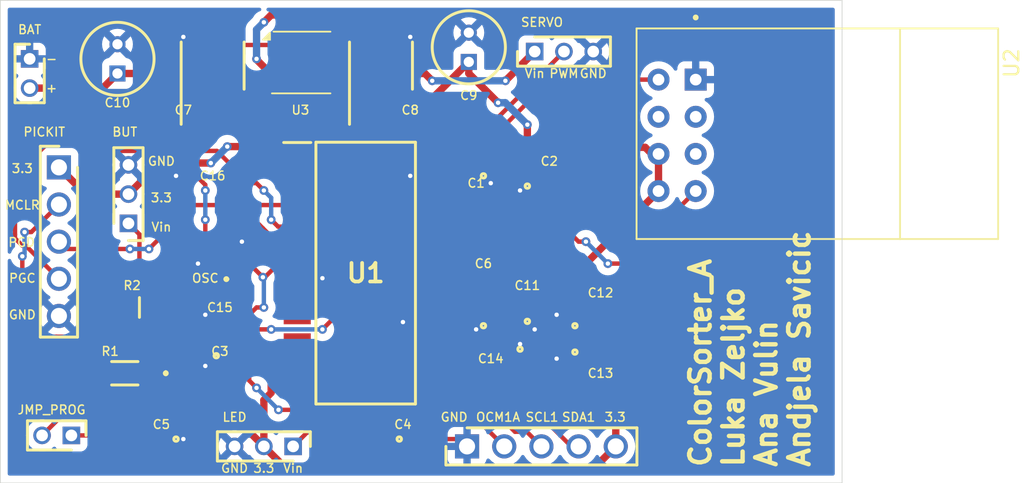
<source format=kicad_pcb>
(kicad_pcb (version 20240108) (generator "pcbnew") (generator_version "8.0")
  (layers (0 "F.Cu" signal) (31 "B.Cu" signal) (34 "B.Paste" user) (35 "F.Paste" user) (36 "B.SilkS" user "B.Silkscreen") (37 "F.SilkS" user "F.Silkscreen") (38 "B.Mask" user) (39 "F.Mask" user) (44 "Edge.Cuts" user))
  (net 0 "")
  (net 1 "GND")
  (net 2 "+3.3V")
  (net 3 "Net-(JP1-A)")
  (net 4 "Net-(U1-VCAP)")
  (net 5 "+Vin")
  (net 6 "/RB3")
  (net 7 "/RB2")
  (net 8 "/PGD")
  (net 9 "/MCLR")
  (net 10 "/PGC")
  (net 11 "/OCM1A")
  (net 12 "/I2C_SCL_1")
  (net 13 "/I2C_SDA_1")
  (net 14 "/PWM")
  (net 15 "/RB4")
  (net 16 "/RB5")
  (net 17 "Net-(U1-~{MCLR})")
  (net 24 "/RB13")
  (net 28 "/RB11")
  (footprint "C_Ceramic-10pF:CAPC0603X33N" (layer "F.Cu") (at 132.8 69.75)
    (property "Reference" "C15" (hide yes))
    (property "Value" "10p" (hide yes))
    (pad "1" smd rect (at -0.335 0 90) (size 0.44 0.47) (layers "F.Cu" "F.Paste" "F.Mask") (net 1 "GND"))
    (pad "2" smd rect (at 0.335 0 90) (size 0.44 0.47) (layers "F.Cu" "F.Paste" "F.Mask") (net 6 "/RB3"))
  )
  (footprint "C_Electrolytic_10uF:CAPPRD200W50D500H1250" (layer "F.Cu") (at 149.5 52.21 90)
    (property "Reference" "C9" (hide yes))
    (property "Value" "10u" (hide yes))
    (pad "1" thru_hole rect (at 0 0 90) (size 1.1 1.1) (drill 0.7) (layers "*.Cu" "*.Mask") (net 2 "+3.3V"))
    (pad "2" thru_hole circle (at 2 0 90) (size 1.1 1.1) (drill 0.7) (layers "*.Cu" "*.Mask") (net 1 "GND"))
  )
  (footprint "3_PIN_MALE:HDRV3W60P0X200_1X3_600X200X525P" (layer "F.Cu") (at 154 51.5)
    (property "Reference" "J9" (hide yes))
    (property "Value" "SG90" (hide yes))
    (pad "1" thru_hole rect (at 0 0) (size 1.2 1.2) (drill 0.8) (layers "*.Cu" "*.Mask") (net 5 "+Vin"))
    (pad "2" thru_hole circle (at 2 0) (size 1.2 1.2) (drill 0.8) (layers "*.Cu" "*.Mask") (net 14 "/PWM"))
    (pad "3" thru_hole circle (at 4 0) (size 1.2 1.2) (drill 0.8) (layers "*.Cu" "*.Mask") (net 1 "GND"))
  )
  (footprint "C_Ceramic_10u:C0805" (layer "F.Cu") (at 150.5 68.5 90)
    (property "Reference" "C6" (hide yes))
    (property "Value" "10u" (hide yes))
    (pad "1" smd rect (at -0.9 0 90) (size 1.15 1.45) (layers "F.Cu" "F.Paste" "F.Mask") (net 1 "GND"))
    (pad "2" smd rect (at 0.9 0 90) (size 1.15 1.45) (layers "F.Cu" "F.Paste" "F.Mask") (net 4 "Net-(U1-VCAP)"))
  )
  (footprint "C_Ceramic_10u:C0805" (layer "F.Cu") (at 143 78 180)
    (property "Reference" "C4" (hide yes))
    (property "Value" "10u" (hide yes))
    (pad "1" smd rect (at -0.9 0 180) (size 1.15 1.45) (layers "F.Cu" "F.Paste" "F.Mask") (net 1 "GND"))
    (pad "2" smd rect (at 0.9 0 180) (size 1.15 1.45) (layers "F.Cu" "F.Paste" "F.Mask") (net 2 "+3.3V"))
  )
  (footprint "C_Ceramic_10u:C0805" (layer "F.Cu") (at 153.5 58.95 90)
    (property "Reference" "C2" (hide yes))
    (property "Value" "10u" (hide yes))
    (pad "1" smd rect (at -0.9 0 90) (size 1.15 1.45) (layers "F.Cu" "F.Paste" "F.Mask") (net 1 "GND"))
    (pad "2" smd rect (at 0.9 0 90) (size 1.15 1.45) (layers "F.Cu" "F.Paste" "F.Mask") (net 2 "+3.3V"))
  )
  (footprint "C_Electrolytic_10uF:CAPPRD200W50D500H1250" (layer "F.Cu") (at 125.5 53 90)
    (property "Reference" "C10" (hide yes))
    (property "Value" "10u" (hide yes))
    (pad "1" thru_hole rect (at 0 0 90) (size 1.1 1.1) (drill 0.7) (layers "*.Cu" "*.Mask") (net 5 "+Vin"))
    (pad "2" thru_hole circle (at 2 0 90) (size 1.1 1.1) (drill 0.7) (layers "*.Cu" "*.Mask") (net 1 "GND"))
  )
  (footprint "R_SMD_200Ohm:RESC3216X70N" (layer "F.Cu") (at 127 69)
    (property "Reference" "R2" (hide yes))
    (property "Value" "200" (hide yes))
    (pad "1" smd rect (at -1.5 0) (size 1.15 1.7) (layers "F.Cu" "F.Paste" "F.Mask") (net 9 "/MCLR"))
    (pad "2" smd rect (at 1.5 0) (size 1.15 1.7) (layers "F.Cu" "F.Paste" "F.Mask") (net 17 "Net-(U1-~{MCLR})"))
  )
  (footprint "ESP8266EX:XCVR_ESP8266-01_ESP-01" (layer "F.Cu") (at 173.31 57.23 -90)
    (property "Reference" "U2" (at -4.94 -13.27 90) (layer "F.SilkS"))
    (property "Value" "ESP8266-01_ESP-01" (hide yes))
    (pad "1" thru_hole rect (at -3.81 8.31 270) (size 1.5 1.5) (drill 0.8) (layers "*.Cu" "*.Mask") (net 1 "GND"))
    (pad "2" thru_hole circle (at -1.27 8.31 270) (size 1.5 1.5) (drill 0.8) (layers "*.Cu" "*.Mask"))
    (pad "3" thru_hole circle (at 1.27 8.31 270) (size 1.5 1.5) (drill 0.8) (layers "*.Cu" "*.Mask"))
    (pad "4" thru_hole circle (at 3.81 8.31 270) (size 1.5 1.5) (drill 0.8) (layers "*.Cu" "*.Mask") (net 24 "/RB13"))
    (pad "5" thru_hole circle (at -3.81 10.85 270) (size 1.5 1.5) (drill 0.8) (layers "*.Cu" "*.Mask") (net 28 "/RB11"))
    (pad "6" thru_hole circle (at -1.27 10.85 270) (size 1.5 1.5) (drill 0.8) (layers "*.Cu" "*.Mask"))
    (pad "7" thru_hole circle (at 1.27 10.85 270) (size 1.5 1.5) (drill 0.8) (layers "*.Cu" "*.Mask") (net 2 "+3.3V"))
    (pad "8" thru_hole circle (at 3.81 10.85 270) (size 1.5 1.5) (drill 0.8) (layers "*.Cu" "*.Mask") (net 2 "+3.3V"))
  )
  (footprint "Crystal16MHZ:830108288709" (layer "F.Cu") (at 132.437 65.363 90)
    (property "Reference" "Y2" (hide yes))
    (property "Value" "16MHz crystal" (hide yes))
    (pad "1" smd roundrect (at -0.637 0.487 180) (size 0.72 0.82) (layers "F.Cu" "F.Paste" "F.Mask") (net 6 "/RB3"))
    (pad "2" smd roundrect (at 0.637 0.487 180) (size 0.72 0.82) (layers "F.Cu" "F.Paste" "F.Mask") (net 1 "GND"))
    (pad "3" smd roundrect (at 0.637 -0.487 180) (size 0.72 0.82) (layers "F.Cu" "F.Paste" "F.Mask") (net 7 "/RB2"))
    (pad "4" smd roundrect (at -0.637 -0.487 180) (size 0.72 0.82) (layers "F.Cu" "F.Paste" "F.Mask") (net 1 "GND"))
  )
  (footprint "5_PIN_MALE:HDRV5W64P0X254_1X5_1270X254X610P" (layer "F.Cu") (at 149.38 78.5)
    (property "Reference" "J7" (hide yes))
    (property "Value" "I2C_Communication_Protocol" (hide yes))
    (pad "1" thru_hole rect (at 0 0) (size 1.65 1.65) (drill 1.1) (layers "*.Cu" "*.Mask") (net 1 "GND"))
    (pad "2" thru_hole circle (at 2.54 0) (size 1.65 1.65) (drill 1.1) (layers "*.Cu" "*.Mask") (net 11 "/OCM1A"))
    (pad "3" thru_hole circle (at 5.08 0) (size 1.65 1.65) (drill 1.1) (layers "*.Cu" "*.Mask") (net 12 "/I2C_SCL_1"))
    (pad "4" thru_hole circle (at 7.62 0) (size 1.65 1.65) (drill 1.1) (layers "*.Cu" "*.Mask") (net 13 "/I2C_SDA_1"))
    (pad "5" thru_hole circle (at 10.16 0) (size 1.65 1.65) (drill 1.1) (layers "*.Cu" "*.Mask") (net 2 "+3.3V"))
  )
  (footprint "C_Ceramic_100n:C0402" (layer "F.Cu") (at 150.5 59 90)
    (property "Reference" "C1" (hide yes))
    (property "Value" "100n" (hide yes))
    (pad "1" smd rect (at -0.45 0 180) (size 0.62 0.62) (layers "F.Cu" "F.Paste" "F.Mask") (net 1 "GND"))
    (pad "2" smd rect (at 0.45 0 180) (size 0.62 0.62) (layers "F.Cu" "F.Paste" "F.Mask") (net 2 "+3.3V"))
  )
  (footprint "C_Electrolytic_0.1uF:CAPAE430X550N" (layer "F.Cu") (at 143.5 53 90)
    (property "Reference" "C8" (hide yes))
    (property "Value" "0.1u" (hide yes))
    (pad "1" smd rect (at -2.1 0 180) (size 1.85 2.75) (layers "F.Cu" "F.Paste" "F.Mask") (net 2 "+3.3V"))
    (pad "2" smd rect (at 2.1 0 180) (size 1.85 2.75) (layers "F.Cu" "F.Paste" "F.Mask") (net 1 "GND"))
  )
  (footprint "R_SMD_10kOhm:ERA8KEB1004V" (layer "F.Cu") (at 126 73.5 180)
    (property "Reference" "R1" (hide yes))
    (property "Value" "10k" (hide yes))
    (pad "1" smd rect (at -1.725 0 180) (size 1.25 1.5) (layers "F.Cu" "F.Paste" "F.Mask") (net 2 "+3.3V"))
    (pad "2" smd rect (at 1.725 0 180) (size 1.25 1.5) (layers "F.Cu" "F.Paste" "F.Mask") (net 9 "/MCLR"))
  )
  (footprint "C_Electrolytic_0.1uF:CAPAE430X550N" (layer "F.Cu") (at 132 53 90)
    (property "Reference" "C7" (hide yes))
    (property "Value" "0.1u" (hide yes))
    (pad "1" smd rect (at -2.1 0 180) (size 1.85 2.75) (layers "F.Cu" "F.Paste" "F.Mask") (net 5 "+Vin"))
    (pad "2" smd rect (at 2.1 0 180) (size 1.85 2.75) (layers "F.Cu" "F.Paste" "F.Mask") (net 1 "GND"))
  )
  (footprint "C_Ceramic_10u:C0805" (layer "F.Cu") (at 153 73.6 -90)
    (property "Reference" "C14" (hide yes))
    (property "Value" "10u" (hide yes))
    (pad "1" smd rect (at -0.9 0 270) (size 1.15 1.45) (layers "F.Cu" "F.Paste" "F.Mask") (net 1 "GND"))
    (pad "2" smd rect (at 0.9 0 270) (size 1.15 1.45) (layers "F.Cu" "F.Paste" "F.Mask") (net 2 "+3.3V"))
  )
  (footprint "2_PIN_MALE:HDRV2W60P0X200_1X2_400X200X525P" (layer "F.Cu") (at 119.5 52 -90)
    (property "Reference" "J8" (hide yes))
    (property "Value" "M22-2510205" (hide yes))
    (pad "1" thru_hole rect (at 0 0 270) (size 1.2 1.2) (drill 0.8) (layers "*.Cu" "*.Mask") (net 1 "GND"))
    (pad "2" thru_hole circle (at 2 0 270) (size 1.2 1.2) (drill 0.8) (layers "*.Cu" "*.Mask") (net 5 "+Vin"))
  )
  (footprint "3_PIN_MALE:HDRV3W60P0X200_1X3_600X200X525P" (layer "F.Cu") (at 126.25 63.25 90)
    (property "Reference" "J11" (hide yes))
    (property "Value" "BUTTON-HS-KEY1B" (hide yes))
    (pad "1" thru_hole rect (at 0 0 90) (size 1.2 1.2) (drill 0.8) (layers "*.Cu" "*.Mask") (net 16 "/RB5"))
    (pad "2" thru_hole circle (at 2 0 90) (size 1.2 1.2) (drill 0.8) (layers "*.Cu" "*.Mask") (net 2 "+3.3V"))
    (pad "3" thru_hole circle (at 4 0 90) (size 1.2 1.2) (drill 0.8) (layers "*.Cu" "*.Mask") (net 1 "GND"))
  )
  (footprint "2_PIN_MALE:HDRV2W60P0X200_1X2_400X200X525P" (layer "F.Cu") (at 122.35 77.75 180)
    (property "Reference" "JP1" (hide yes))
    (property "Value" "Jumper_2_Open" (hide yes))
    (pad "1" thru_hole rect (at 0 0 180) (size 1.2 1.2) (drill 0.8) (layers "*.Cu" "*.Mask") (net 3 "Net-(JP1-A)"))
    (pad "2" thru_hole circle (at 2 0 180) (size 1.2 1.2) (drill 0.8) (layers "*.Cu" "*.Mask") (net 9 "/MCLR"))
  )
  (footprint "5_PIN_MALE:HDRV5W64P0X254_1X5_1270X254X610P" (layer "F.Cu") (at 121.5 59.42 -90)
    (property "Reference" "J6" (hide yes))
    (property "Value" "PICKIT" (hide yes))
    (pad "1" thru_hole rect (at 0 0 270) (size 1.65 1.65) (drill 1.1) (layers "*.Cu" "*.Mask") (net 2 "+3.3V"))
    (pad "2" thru_hole circle (at 2.54 0 270) (size 1.65 1.65) (drill 1.1) (layers "*.Cu" "*.Mask") (net 9 "/MCLR"))
    (pad "3" thru_hole circle (at 5.08 0 270) (size 1.65 1.65) (drill 1.1) (layers "*.Cu" "*.Mask") (net 8 "/PGD"))
    (pad "4" thru_hole circle (at 7.62 0 270) (size 1.65 1.65) (drill 1.1) (layers "*.Cu" "*.Mask") (net 10 "/PGC"))
    (pad "5" thru_hole circle (at 10.16 0 270) (size 1.65 1.65) (drill 1.1) (layers "*.Cu" "*.Mask") (net 1 "GND"))
  )
  (footprint "C_Ceramic_100n:C0402" (layer "F.Cu") (at 132.25 73.3 -90)
    (property "Reference" "C3" (hide yes))
    (property "Value" "100n" (hide yes))
    (pad "1" smd rect (at -0.45 0) (size 0.62 0.62) (layers "F.Cu" "F.Paste" "F.Mask") (net 1 "GND"))
    (pad "2" smd rect (at 0.45 0) (size 0.62 0.62) (layers "F.Cu" "F.Paste" "F.Mask") (net 2 "+3.3V"))
  )
  (footprint "3_PIN_MALE:HDRV3W60P0X200_1X3_600X200X525P" (layer "F.Cu") (at 137.5 78.5 180)
    (property "Reference" "LED" (at 4 2 0) (layer "F.SilkS") (effects (font (size 0.6 0.6) (thickness 0.1))))
    (property "Value" "LED-HSF08A/B" (hide yes))
    (pad "1" thru_hole rect (at 0 0 180) (size 1.2 1.2) (drill 0.8) (layers "*.Cu" "*.Mask") (net 15 "/RB4"))
    (pad "2" thru_hole circle (at 2 0 180) (size 1.2 1.2) (drill 0.8) (layers "*.Cu" "*.Mask") (net 2 "+3.3V"))
    (pad "3" thru_hole circle (at 4 0 180) (size 1.2 1.2) (drill 0.8) (layers "*.Cu" "*.Mask") (net 1 "GND"))
  )
  (footprint "C_Ceramic_100n:C0402" (layer "F.Cu") (at 128.5 78 180)
    (property "Reference" "C5" (hide yes))
    (property "Value" "0.1u" (hide yes))
    (pad "1" smd rect (at -0.45 0 270) (size 0.62 0.62) (layers "F.Cu" "F.Paste" "F.Mask") (net 1 "GND"))
    (pad "2" smd rect (at 0.45 0 270) (size 0.62 0.62) (layers "F.Cu" "F.Paste" "F.Mask") (net 3 "Net-(JP1-A)"))
  )
  (footprint "C_Ceramic-10pF:CAPC0603X33N" (layer "F.Cu") (at 130.55 60 180)
    (property "Reference" "C16" (hide yes))
    (property "Value" "10p" (hide yes))
    (pad "1" smd rect (at -0.335 0 270) (size 0.44 0.47) (layers "F.Cu" "F.Paste" "F.Mask") (net 7 "/RB2"))
    (pad "2" smd rect (at 0.335 0 270) (size 0.44 0.47) (layers "F.Cu" "F.Paste" "F.Mask") (net 1 "GND"))
  )
  (footprint "C_Ceramic_10u:C0805" (layer "F.Cu") (at 156.75 68.5 90)
    (property "Reference" "C12" (hide yes))
    (property "Value" "10u" (hide yes))
    (pad "1" smd rect (at -0.9 0 90) (size 1.15 1.45) (layers "F.Cu" "F.Paste" "F.Mask") (net 1 "GND"))
    (pad "2" smd rect (at 0.9 0 90) (size 1.15 1.45) (layers "F.Cu" "F.Paste" "F.Mask") (net 2 "+3.3V"))
  )
  (footprint "Package_SON:WSON-8-1EP_4x4mm_P0.8mm_EP2.2x3mm" (layer "F.Cu") (at 138.05 52.25)
    (property "Reference" "U3" (hide yes))
    (property "Value" "LM1117LD-3.3" (hide yes))
    (pad "1" smd roundrect (at -1.65 -1.2) (size 0.65 0.4) (layers "F.Cu" "F.Paste" "F.Mask") (net 1 "GND"))
    (pad "2" smd roundrect (at -1.65 -0.4) (size 0.65 0.4) (layers "F.Cu" "F.Paste" "F.Mask") (net 5 "+Vin"))
    (pad "3" smd roundrect (at -1.65 0.4) (size 0.65 0.4) (layers "F.Cu" "F.Paste" "F.Mask") (net 5 "+Vin"))
    (pad "4" smd roundrect (at -1.65 1.2) (size 0.65 0.4) (layers "F.Cu" "F.Paste" "F.Mask") (net 5 "+Vin"))
    (pad "5" smd roundrect (at 1.65 1.2) (size 0.65 0.4) (layers "F.Cu" "F.Paste" "F.Mask") (net 2 "+3.3V"))
    (pad "6" smd roundrect (at 1.65 0.4) (size 0.65 0.4) (layers "F.Cu" "F.Paste" "F.Mask") (net 2 "+3.3V"))
    (pad "7" smd roundrect (at 1.65 -0.4) (size 0.65 0.4) (layers "F.Cu" "F.Paste" "F.Mask") (net 2 "+3.3V"))
    (pad "8" smd roundrect (at 1.65 -1.2) (size 0.65 0.4) (layers "F.Cu" "F.Paste" "F.Mask"))
    (pad "9" smd rect (at 0 0) (size 2.2 3) (property pad_prop_heatsink) (layers "F.Cu" "F.Mask") (net 2 "+3.3V"))
  )
  (footprint "C_Ceramic_100n:C0402" (layer "F.Cu") (at 153.5 68.95 90)
    (property "Reference" "C11" (hide yes))
    (property "Value" "100n" (hide yes))
    (pad "1" smd rect (at -0.45 0 180) (size 0.62 0.62) (layers "F.Cu" "F.Paste" "F.Mask") (net 1 "GND"))
    (pad "2" smd rect (at 0.45 0 180) (size 0.62 0.62) (layers "F.Cu" "F.Paste" "F.Mask") (net 2 "+3.3V"))
  )
  (footprint "C_Ceramic_100n:C0402" (layer "F.Cu") (at 156.75 73.05 -90)
    (property "Reference" "C13" (hide yes))
    (property "Value" "100n" (hide yes))
    (pad "1" smd rect (at -0.45 0) (size 0.62 0.62) (layers "F.Cu" "F.Paste" "F.Mask") (net 1 "GND"))
    (pad "2" smd rect (at 0.45 0) (size 0.62 0.62) (layers "F.Cu" "F.Paste" "F.Mask") (net 2 "+3.3V"))
  )
  (footprint "PIC:SOIC127P1030X265-28N" (layer "F.Cu") (at 142.455 66.65)
    (property "Reference" "U1" (at 0 0 0) (layer "F.SilkS") (effects (font (size 1.27 1.27) (thickness 0.254))))
    (property "Value" "PIC24FJ64GA702-I_SO" (hide yes))
    (pad "1" smd rect (at -4.675 -8.255 90) (size 0.65 1.85) (layers "F.Cu" "F.Paste" "F.Mask") (net 17 "Net-(U1-~{MCLR})"))
    (pad "2" smd rect (at -4.675 -6.985 90) (size 0.65 1.85) (layers "F.Cu" "F.Paste" "F.Mask"))
    (pad "3" smd rect (at -4.675 -5.715 90) (size 0.65 1.85) (layers "F.Cu" "F.Paste" "F.Mask"))
    (pad "4" smd rect (at -4.675 -4.445 90) (size 0.65 1.85) (layers "F.Cu" "F.Paste" "F.Mask") (net 8 "/PGD"))
    (pad "5" smd rect (at -4.675 -3.175 90) (size 0.65 1.85) (layers "F.Cu" "F.Paste" "F.Mask") (net 10 "/PGC"))
    (pad "6" smd rect (at -4.675 -1.905 90) (size 0.65 1.85) (layers "F.Cu" "F.Paste" "F.Mask") (net 7 "/RB2"))
    (pad "7" smd rect (at -4.675 -0.635 90) (size 0.65 1.85) (layers "F.Cu" "F.Paste" "F.Mask") (net 6 "/RB3"))
    (pad "8" smd rect (at -4.675 0.635 90) (size 0.65 1.85) (layers "F.Cu" "F.Paste" "F.Mask") (net 1 "GND"))
    (pad "9" smd rect (at -4.675 1.905 90) (size 0.65 1.85) (layers "F.Cu" "F.Paste" "F.Mask"))
    (pad "10" smd rect (at -4.675 3.175 90) (size 0.65 1.85) (layers "F.Cu" "F.Paste" "F.Mask"))
    (pad "11" smd rect (at -4.675 4.445 90) (size 0.65 1.85) (layers "F.Cu" "F.Paste" "F.Mask") (net 15 "/RB4"))
    (pad "12" smd rect (at -4.675 5.715 90) (size 0.65 1.85) (layers "F.Cu" "F.Paste" "F.Mask"))
    (pad "13" smd rect (at -4.675 6.985 90) (size 0.65 1.85) (layers "F.Cu" "F.Paste" "F.Mask") (net 2 "+3.3V"))
    (pad "14" smd rect (at -4.675 8.255 90) (size 0.65 1.85) (layers "F.Cu" "F.Paste" "F.Mask") (net 16 "/RB5"))
    (pad "15" smd rect (at 4.675 8.255 90) (size 0.65 1.85) (layers "F.Cu" "F.Paste" "F.Mask"))
    (pad "16" smd rect (at 4.675 6.985 90) (size 0.65 1.85) (layers "F.Cu" "F.Paste" "F.Mask") (net 11 "/OCM1A"))
    (pad "17" smd rect (at 4.675 5.715 90) (size 0.65 1.85) (layers "F.Cu" "F.Paste" "F.Mask") (net 12 "/I2C_SCL_1"))
    (pad "18" smd rect (at 4.675 4.445 90) (size 0.65 1.85) (layers "F.Cu" "F.Paste" "F.Mask") (net 13 "/I2C_SDA_1"))
    (pad "19" smd rect (at 4.675 3.175 90) (size 0.65 1.85) (layers "F.Cu" "F.Paste" "F.Mask") (net 1 "GND"))
    (pad "20" smd rect (at 4.675 1.905 90) (size 0.65 1.85) (layers "F.Cu" "F.Paste" "F.Mask") (net 4 "Net-(U1-VCAP)"))
    (pad "21" smd rect (at 4.675 0.635 90) (size 0.65 1.85) (layers "F.Cu" "F.Paste" "F.Mask") (net 14 "/PWM"))
    (pad "22" smd rect (at 4.675 -0.635 90) (size 0.65 1.85) (layers "F.Cu" "F.Paste" "F.Mask"))
    (pad "23" smd rect (at 4.675 -1.905 90) (size 0.65 1.85) (layers "F.Cu" "F.Paste" "F.Mask") (net 28 "/RB11"))
    (pad "24" smd rect (at 4.675 -3.175 90) (size 0.65 1.85) (layers "F.Cu" "F.Paste" "F.Mask") (net 24 "/RB13"))
    (pad "25" smd rect (at 4.675 -4.445 90) (size 0.65 1.85) (layers "F.Cu" "F.Paste" "F.Mask"))
    (pad "26" smd rect (at 4.675 -5.715 90) (size 0.65 1.85) (layers "F.Cu" "F.Paste" "F.Mask"))
    (pad "27" smd rect (at 4.675 -6.985 90) (size 0.65 1.85) (layers "F.Cu" "F.Paste" "F.Mask") (net 1 "GND"))
    (pad "28" smd rect (at 4.675 -8.255 90) (size 0.65 1.85) (layers "F.Cu" "F.Paste" "F.Mask") (net 2 "+3.3V"))
  )
  (gr_line (start 118 48) (end 175 48) (stroke (width 0.05)) (layer "Edge.Cuts"))
  (gr_line (start 117.5 48) (end 118 48) (stroke (width 0.05)) (layer "Edge.Cuts"))
  (gr_line (start 175 81) (end 117.5 81) (stroke (width 0.05)) (layer "Edge.Cuts"))
  (gr_line (start 175 48) (end 175 81) (stroke (width 0.05)) (layer "Edge.Cuts"))
  (gr_line (start 117.5 81) (end 117.5 48) (stroke (width 0.05)) (layer "Edge.Cuts"))
  (gr_text "SCL1" (at 154.5 76.5 0) (layer "F.SilkS") (effects (font (size 0.6 0.6) (thickness 0.1))))
  (gr_text "C12" (at 158.5 68 0) (layer "F.SilkS") (effects (font (size 0.6 0.6) (thickness 0.1))))
  (gr_text "PICKIT" (at 120.5 57 0) (layer "F.SilkS") (effects (font (size 0.6 0.6) (thickness 0.1))))
  (gr_text "GND" (at 148.5 76.5 0) (layer "F.SilkS") (effects (font (size 0.6 0.6) (thickness 0.1))))
  (gr_text "R2" (at 126.5 67.5 0) (layer "F.SilkS") (effects (font (size 0.6 0.6) (thickness 0.1))))
  (gr_text "PGC" (at 119 67 0) (layer "F.SilkS") (effects (font (size 0.6 0.6) (thickness 0.1))))
  (gr_text "C8" (at 145.5 55.5 0) (layer "F.SilkS") (effects (font (size 0.6 0.6) (thickness 0.1))))
  (gr_text "C14" (at 151 72.5 0) (layer "F.SilkS") (effects (font (size 0.6 0.6) (thickness 0.1))))
  (gr_text "GND" (at 158 53 0) (layer "F.SilkS") (effects (font (size 0.6 0.6) (thickness 0.1))))
  (gr_text "GND" (at 119 69.5 0) (layer "F.SilkS") (effects (font (size 0.6 0.6) (thickness 0.1))))
  (gr_text "ColorSorter_A\nLuka Zeljko\nAna Vulin\nAndjela Savicic" (at 172.9 80.05 90) (layer "F.SilkS") (effects (font (size 1.4 1.4) (thickness 0.3) (bold yes)) (justify left bottom)))
  (gr_text "C2" (at 155 59 0) (layer "F.SilkS") (effects (font (size 0.6 0.6) (thickness 0.1))))
  (gr_text "C1" (at 150 60.5 0) (layer "F.SilkS") (effects (font (size 0.6 0.6) (thickness 0.1))))
  (gr_text "+" (at 121 54 0) (layer "F.SilkS") (effects (font (size 0.6 0.6) (thickness 0.1))))
  (gr_text "C5" (at 128.5 77 0) (layer "F.SilkS") (effects (font (size 0.6 0.6) (thickness 0.1))))
  (gr_text "C13" (at 158.5 73.5 0) (layer "F.SilkS") (effects (font (size 0.6 0.6) (thickness 0.1))))
  (gr_text "Vin" (at 128.5 63.5 0) (layer "F.SilkS") (effects (font (size 0.6 0.6) (thickness 0.1))))
  (gr_text "C4" (at 145 77 0) (layer "F.SilkS") (effects (font (size 0.6 0.6) (thickness 0.1))))
  (gr_text "C9" (at 149.5 54.5 0) (layer "F.SilkS") (effects (font (size 0.6 0.6) (thickness 0.1))))
  (gr_text "C6" (at 150.5 66 0) (layer "F.SilkS") (effects (font (size 0.6 0.6) (thickness 0.1))))
  (gr_text "C16" (at 132 60 0) (layer "F.SilkS") (effects (font (size 0.6 0.6) (thickness 0.1))))
  (gr_text "PWM" (at 156 53 0) (layer "F.SilkS") (effects (font (size 0.6 0.6) (thickness 0.1))))
  (gr_text "Vin" (at 154 53 0) (layer "F.SilkS") (effects (font (size 0.6 0.6) (thickness 0.1))))
  (gr_text "C15" (at 132.5 69 0) (layer "F.SilkS") (effects (font (size 0.6 0.6) (thickness 0.1))))
  (gr_text "C11" (at 153.5 67.5 0) (layer "F.SilkS") (effects (font (size 0.6 0.6) (thickness 0.1))))
  (gr_text "C10" (at 125.5 55 0) (layer "F.SilkS") (effects (font (size 0.6 0.6) (thickness 0.1))))
  (gr_text "OSC" (at 131.5 67 0) (layer "F.SilkS") (effects (font (size 0.6 0.6) (thickness 0.1))))
  (gr_text "PGD" (at 118.95 64.55 0) (layer "F.SilkS") (effects (font (size 0.6 0.6) (thickness 0.1))))
  (gr_text "3.3" (at 135.5 80 0) (layer "F.SilkS") (effects (font (size 0.6 0.6) (thickness 0.1))))
  (gr_text "JMP_PROG" (at 121 76 0) (layer "F.SilkS") (effects (font (size 0.6 0.6) (thickness 0.1))))
  (gr_text "OCM1A" (at 151.5 76.5 0) (layer "F.SilkS") (effects (font (size 0.6 0.6) (thickness 0.1))))
  (gr_text "U3" (at 138 55.5 0) (layer "F.SilkS") (effects (font (size 0.6 0.6) (thickness 0.1))))
  (gr_text "SDA1" (at 157 76.5 0) (layer "F.SilkS") (effects (font (size 0.6 0.6) (thickness 0.1))))
  (gr_text "3.3" (at 159.5 76.5 0) (layer "F.SilkS") (effects (font (size 0.6 0.6) (thickness 0.1))))
  (gr_text "3.3" (at 128.5 61.5 0) (layer "F.SilkS") (effects (font (size 0.6 0.6) (thickness 0.1))))
  (gr_text "-" (at 121 52 0) (layer "F.SilkS") (effects (font (size 0.6 0.6) (thickness 0.1))))
  (gr_text "BUT" (at 126 57 0) (layer "F.SilkS") (effects (font (size 0.6 0.6) (thickness 0.1))))
  (gr_text "C7" (at 130 55.5 0) (layer "F.SilkS") (effects (font (size 0.6 0.6) (thickness 0.1))))
  (gr_text "R1" (at 125 72 0) (layer "F.SilkS") (effects (font (size 0.6 0.6) (thickness 0.1))))
  (gr_text "BAT" (at 119.5 50 0) (layer "F.SilkS") (effects (font (size 0.6 0.6) (thickness 0.1))))
  (gr_text "GND" (at 133.5 80 0) (layer "F.SilkS") (effects (font (size 0.6 0.6) (thickness 0.1))))
  (gr_text "3.3" (at 119 59.5 0) (layer "F.SilkS") (effects (font (size 0.6 0.6) (thickness 0.1))))
  (gr_text "SERVO" (at 154.5 49.5 0) (layer "F.SilkS") (effects (font (size 0.6 0.6) (thickness 0.1))))
  (gr_text "C3" (at 132.5 72 0) (layer "F.SilkS") (effects (font (size 0.6 0.6) (thickness 0.1))))
  (gr_text "MCLR" (at 119 62 0) (layer "F.SilkS") (effects (font (size 0.6 0.6) (thickness 0.1))))
  (gr_text "Vin" (at 137.5 80 0) (layer "F.SilkS") (effects (font (size 0.6 0.6) (thickness 0.1))))
  (gr_text "GND" (at 128.5 59 0) (layer "F.SilkS") (effects (font (size 0.6 0.6) (thickness 0.1))))
  (segment (start 147.13 69.825) (end 145.175 69.825) (width 0.2) (layer "F.Cu") (net 1))
  (segment (start 143.5 50.9) (end 145.1 50.9) (width 0.3) (layer "F.Cu") (net 1))
  (segment (start 131.95 66) (end 131 66) (width 0.3) (layer "F.Cu") (net 1))
  (segment (start 145.835 59.665) (end 145.5 60) (width 0.3) (layer "F.Cu") (net 1))
  (segment (start 132 50.9) (end 130.4 50.9) (width 0.3) (layer "F.Cu") (net 1))
  (segment (start 147.345 59.45) (end 147.13 59.665) (width 0.2) (layer "F.Cu") (net 1))
  (segment (start 153 72) (end 153 71.5) (width 0.3) (layer "F.Cu") (net 1))
  (segment (start 132 50.9) (end 132.4 50.9) (width 0.2) (layer "F.Cu") (net 1))
  (segment (start 153.5 59.85) (end 153.5 60.5) (width 0.3) (layer "F.Cu") (net 1))
  (segment (start 153 72.7) (end 153 72) (width 0.3) (layer "F.Cu") (net 1))
  (segment (start 155.6 72.6) (end 155.5 72.5) (width 0.2) (layer "F.Cu") (net 1))
  (segment (start 133.774 64.726) (end 134 64.5) (width 0.2) (layer "F.Cu") (net 1))
  (segment (start 132.55 51.05) (end 136.4 51.05) (width 0.3) (layer "F.Cu") (net 1))
  (segment (start 153.5 69.4) (end 153.5 69.5) (width 0.2) (layer "F.Cu") (net 1))
  (segment (start 150.5 70) (end 150 70.5) (width 0.3) (layer "F.Cu") (net 1))
  (segment (start 154 70) (end 154 70.5) (width 0.3) (layer "F.Cu") (net 1))
  (segment (start 155.6 69.4) (end 155.5 69.5) (width 0.2) (layer "F.Cu") (net 1))
  (segment (start 132.5 50.11) (end 132.61 50.11) (width 0.2) (layer "F.Cu") (net 1))
  (segment (start 131.75 69.75) (end 131.5 69.5) (width 0.3) (layer "F.Cu") (net 1))
  (segment (start 143.9 78) (end 148.88 78) (width 0.3) (layer "F.Cu") (net 1))
  (segment (start 132.4 50.9) (end 132.55 51.05) (width 0.2) (layer "F.Cu") (net 1))
  (segment (start 150.5 60) (end 151 60.5) (width 0.3) (layer "F.Cu") (net 1))
  (segment (start 148.88 78) (end 149.38 78.5) (width 0.2) (layer "F.Cu") (net 1))
  (segment (start 132.465 69.75) (end 131.75 69.75) (width 0.3) (layer "F.Cu") (net 1))
  (segment (start 147.13 59.665) (end 145.835 59.665) (width 0.3) (layer "F.Cu") (net 1))
  (segment (start 145.1 50.9) (end 145.5 50.5) (width 0.3) (layer "F.Cu") (net 1))
  (segment (start 132.924 64.726) (end 133.774 64.726) (width 0.3) (layer "F.Cu") (net 1))
  (segment (start 130.215 60) (end 129.5 60) (width 0.3) (layer "F.Cu") (net 1))
  (segment (start 156.75 69.4) (end 155.6 69.4) (width 0.3) (layer "F.Cu") (net 1))
  (segment (start 149.4 50.11) (end 149.5 50.21) (width 0.2) (layer "F.Cu") (net 1))
  (segment (start 131.65 72.85) (end 131.5 73) (width 0.2) (layer "F.Cu") (net 1))
  (segment (start 130.4 50.9) (end 130 50.5) (width 0.3) (layer "F.Cu") (net 1))
  (segment (start 139.215 67.285) (end 139.5 67) (width 0.3) (layer "F.Cu") (net 1))
  (segment (start 137.78 67.285) (end 139.215 67.285) (width 0.3) (layer "F.Cu") (net 1))
  (segment (start 153.5 60.5) (end 153 61) (width 0.3) (layer "F.Cu") (net 1))
  (segment (start 150.5 69.4) (end 150.5 70) (width 0.3) (layer "F.Cu") (net 1))
  (segment (start 150.5 59.45) (end 150.5 60) (width 0.3) (layer "F.Cu") (net 1))
  (segment (start 132.25 72.85) (end 131.65 72.85) (width 0.3) (layer "F.Cu") (net 1))
  (segment (start 153.5 69.5) (end 154 70) (width 0.3) (layer "F.Cu") (net 1))
  (segment (start 128.95 78) (end 130 78) (width 0.3) (layer "F.Cu") (net 1))
  (segment (start 156.75 72.6) (end 155.6 72.6) (width 0.3) (layer "F.Cu") (net 1))
  (segment (start 145.175 69.825) (end 145 70) (width 0.2) (layer "F.Cu") (net 1))
  (via (at 131.5 73) (size 0.6) (drill 0.3) (layers "F.Cu" "B.Cu") (net 1))
  (via (at 145 70) (size 0.6) (drill 0.3) (layers "F.Cu" "B.Cu") (net 1))
  (via (at 153 61) (size 0.6) (drill 0.3) (layers "F.Cu" "B.Cu") (net 1))
  (via (at 131 66) (size 0.6) (drill 0.3) (layers "F.Cu" "B.Cu") (net 1))
  (via (at 129.5 60) (size 0.6) (drill 0.3) (layers "F.Cu" "B.Cu") (net 1))
  (via (at 151 60.5) (size 0.6) (drill 0.3) (layers "F.Cu" "B.Cu") (net 1))
  (via (at 139.5 67) (size 0.6) (drill 0.3) (layers "F.Cu" "B.Cu") (net 1))
  (via (at 145.5 50.5) (size 0.6) (drill 0.3) (layers "F.Cu" "B.Cu") (net 1))
  (via (at 154 70.5) (size 0.6) (drill 0.3) (layers "F.Cu" "B.Cu") (net 1))
  (via (at 145.5 60) (size 0.6) (drill 0.3) (layers "F.Cu" "B.Cu") (net 1))
  (via (at 130 78) (size 0.6) (drill 0.3) (layers "F.Cu" "B.Cu") (net 1))
  (via (at 134 64.5) (size 0.6) (drill 0.3) (layers "F.Cu" "B.Cu") (net 1))
  (via (at 155.5 72.5) (size 0.6) (drill 0.3) (layers "F.Cu" "B.Cu") (net 1))
  (via (at 130 50.5) (size 0.6) (drill 0.3) (layers "F.Cu" "B.Cu") (net 1))
  (via (at 131.5 69.5) (size 0.6) (drill 0.3) (layers "F.Cu" "B.Cu") (net 1))
  (via (at 155.5 69.5) (size 0.6) (drill 0.3) (layers "F.Cu" "B.Cu") (net 1))
  (via (at 153 71.5) (size 0.6) (drill 0.3) (layers "F.Cu" "B.Cu") (net 1))
  (via (at 150 70.5) (size 0.6) (drill 0.3) (layers "F.Cu" "B.Cu") (net 1))
  (segment (start 149.38 78.5) (end 150 78.5) (width 0.2) (layer "B.Cu") (net 1))
  (segment (start 123.33 61.25) (end 121.5 59.42) (width 0.5) (layer "F.Cu") (net 2))
  (segment (start 133 58) (end 134.35 58) (width 0.5) (layer "F.Cu") (net 2))
  (segment (start 142.1 79.6) (end 142.5 80) (width 0.5) (layer "F.Cu") (net 2))
  (segment (start 158.04 80) (end 144.1 80) (width 0.5) (layer "F.Cu") (net 2))
  (segment (start 159.54 76.29) (end 156.75 73.5) (width 0.5) (layer "F.Cu") (net 2))
  (segment (start 136.365 73.635) (end 137.78 73.635) (width 0.5) (layer "F.Cu") (net 2))
  (segment (start 142.1 78.15) (end 140.875 79.375) (width 0.5) (layer "F.Cu") (net 2))
  (segment (start 126.25 61.25) (end 128.375735 59.124265) (width 0.5) (layer "F.Cu") (net 2))
  (segment (start 141.85 53.45) (end 143.5 55.1) (width 0.5) (layer "F.Cu") (net 2))
  (segment (start 150.5 58.55) (end 153 58.55) (width 0.5) (layer "F.Cu") (net 2))
  (segment (start 140.25 80) (end 140.875 79.375) (width 0.5) (layer "F.Cu") (net 2))
  (segment (start 156.75 67.6) (end 156.75 66.75) (width 0.5) (layer "F.Cu") (net 2))
  (segment (start 136.4 79.4) (end 137 80) (width 0.5) (layer "F.Cu") (net 2))
  (segment (start 132.25 73.75) (end 131.5 74.5) (width 0.5) (layer "F.Cu") (net 2))
  (segment (start 139.7 53.45) (end 141.85 53.45) (width 0.5) (layer "F.Cu") (net 2))
  (segment (start 128.725 74.5) (end 127.725 73.5) (width 0.5) (layer "F.Cu") (net 2))
  (segment (start 157.6 67.6) (end 156.75 67.6) (width 0.5) (layer "F.Cu") (net 2))
  (segment (start 153.5 68.5) (end 154 68.5) (width 0.5) (layer "F.Cu") (net 2))
  (segment (start 138.05 52.25) (end 139.25 53.45) (width 0.4) (layer "F.Cu") (net 2))
  (segment (start 162.46 58.5) (end 162.46 61.04) (width 0.5) (layer "F.Cu") (net 2))
  (segment (start 132.25 75.25) (end 135.5 78.5) (width 0.5) (layer "F.Cu") (net 2))
  (segment (start 157.26 73.5) (end 159 71.76) (width 0.5) (layer "F.Cu") (net 2))
  (segment (start 153 58.55) (end 153.5 58.05) (width 0.5) (layer "F.Cu") (net 2))
  (segment (start 138.05 54.3) (end 138.05 52.25) (width 0.5) (layer "F.Cu") (net 2))
  (segment (start 139.25 53.45) (end 139.7 53.45) (width 0.4) (layer "F.Cu") (net 2))
  (segment (start 137 80) (end 140.25 80) (width 0.5) (layer "F.Cu") (net 2))
  (segment (start 128.375735 59.124265) (end 131.875735 59.124265) (width 0.5) (layer "F.Cu") (net 2))
  (segment (start 158.52 79.52) (end 159.54 78.5) (width 0.5) (layer "F.Cu") (net 2))
  (segment (start 158.52 79.52) (end 158.04 80) (width 0.5) (layer "F.Cu") (net 2))
  (segment (start 156.75 73.5) (end 157.26 73.5) (width 0.3) (layer "F.Cu") (net 2))
  (segment (start 153.5 56.5) (end 153.5 58.05) (width 0.5) (layer "F.Cu") (net 2))
  (segment (start 153 74.5) (end 155.75 74.5) (width 0.5) (layer "F.Cu") (net 2))
  (segment (start 149.5 52.21) (end 149.5 53) (width 0.5) (layer "F.Cu") (net 2))
  (segment (start 147.13 58.395) (end 150.345 58.395) (width 0.5) (layer "F.Cu") (net 2))
  (segment (start 135.5 75.335) (end 135.9175 74.9175) (width 0.5) (layer "F.Cu") (net 2))
  (segment (start 154.9 67.6) (end 156.75 67.6) (width 0.5) (layer "F.Cu") (net 2))
  (segment (start 151.5 55) (end 149.5 53) (width 0.5) (layer "F.Cu") (net 2))
  (segment (start 162 58.5) (end 161.55 58.05) (width 0.5) (layer "F.Cu") (net 2))
  (segment (start 126.25 61.25) (end 123.33 61.25) (width 0.5) (layer "F.Cu") (net 2))
  (segment (start 132.25 73.75) (end 132.25 75.25) (width 0.5) (layer "F.Cu") (net 2))
  (segment (start 146.61 55.1) (end 149.5 52.21) (width 0.5) (layer "F.Cu") (net 2))
  (segment (start 143.5 55.1) (end 146.61 55.1) (width 0.5) (layer "F.Cu") (net 2))
  (segment (start 134.35 58) (end 138.05 54.3) (width 0.5) (layer "F.Cu") (net 2))
  (segment (start 159 69) (end 157.6 67.6) (width 0.5) (layer "F.Cu") (net 2))
  (segment (start 135.9175 74.9175) (end 136 74.835) (width 0.2) (layer "F.Cu") (net 2))
  (segment (start 135.5 78.5) (end 135.5 75.335) (width 0.5) (layer "F.Cu") (net 2))
  (segment (start 142.1 78) (end 142.1 78.15) (width 0.2) (layer "F.Cu") (net 2))
  (segment (start 162.46 58.5) (end 162 58.5) (width 0.2) (layer "F.Cu") (net 2))
  (segment (start 159.54 78.5) (end 159.54 76.29) (width 0.5) (layer "F.Cu") (net 2))
  (segment (start 139.7 52.65) (end 139.7 51.85) (width 0.5) (layer "F.Cu") (net 2))
  (segment (start 158.415 79.625) (end 158.52 79.52) (width 0.3) (layer "F.Cu") (net 2))
  (segment (start 155.75 74.5) (end 156.75 73.5) (width 0.5) (layer "F.Cu") (net 2))
  (segment (start 139.7 53.45) (end 139.7 52.65) (width 0.5) (layer "F.Cu") (net 2))
  (segment (start 131.5 74.5) (end 128.725 74.5) (width 0.5) (layer "F.Cu") (net 2))
  (segment (start 162.46 61.04) (end 156.75 66.75) (width 0.5) (layer "F.Cu") (net 2))
  (segment (start 136 74) (end 136.365 73.635) (width 0.5) (layer "F.Cu") (net 2))
  (segment (start 161.55 58.05) (end 153.5 58.05) (width 0.5) (layer "F.Cu") (net 2))
  (segment (start 159 71.76) (end 159 69) (width 0.5) (layer "F.Cu") (net 2))
  (segment (start 136.4 79.4) (end 135.5 78.5) (width 0.5) (layer "F.Cu") (net 2))
  (segment (start 142.5 80) (end 144.1 80) (width 0.5) (layer "F.Cu") (net 2))
  (segment (start 154 68.5) (end 154.9 67.6) (width 0.5) (layer "F.Cu") (net 2))
  (segment (start 142.1 78) (end 142.1 79.6) (width 0.5) (layer "F.Cu") (net 2))
  (segment (start 136 74.835) (end 136 74) (width 0.5) (layer "F.Cu") (net 2))
  (segment (start 150.345 58.395) (end 150.5 58.55) (width 0.2) (layer "F.Cu") (net 2))
  (via (at 131.875735 59.124265) (size 0.6) (drill 0.3) (layers "F.Cu" "B.Cu") (net 2))
  (via (at 153.5 56.5) (size 0.6) (drill 0.3) (layers "F.Cu" "B.Cu") (net 2))
  (via (at 133 58) (size 0.6) (drill 0.3) (layers "F.Cu" "B.Cu") (net 2))
  (via (at 151.5 55) (size 0.6) (drill 0.3) (layers "F.Cu" "B.Cu") (net 2))
  (segment (start 131.875735 59.124265) (end 133 58) (width 0.5) (layer "B.Cu") (net 2))
  (segment (start 153.5 56.5) (end 152 55) (width 0.5) (layer "B.Cu") (net 2))
  (segment (start 152 55) (end 151.5 55) (width 0.5) (layer "B.Cu") (net 2))
  (segment (start 127.8 77.75) (end 128.05 78) (width 0.3) (layer "F.Cu") (net 3))
  (segment (start 122.35 77.75) (end 127.8 77.75) (width 0.3) (layer "F.Cu") (net 3))
  (segment (start 147.3425 68.3425) (end 149.7575 68.3425) (width 0.3) (layer "F.Cu") (net 4))
  (segment (start 149.7575 68.3425) (end 150.5 67.6) (width 0.3) (layer "F.Cu") (net 4))
  (segment (start 147.13 68.555) (end 147.3425 68.3425) (width 0.2) (layer "F.Cu") (net 4))
  (segment (start 147.385 68.3) (end 147.13 68.555) (width 0.3) (layer "F.Cu") (net 4))
  (segment (start 141.5 50.5) (end 140 49) (width 0.5) (layer "F.Cu") (net 5))
  (segment (start 119.5 54) (end 124.5 54) (width 0.5) (layer "F.Cu") (net 5))
  (segment (start 141.5 52) (end 141.5 50.5) (width 0.5) (layer "F.Cu") (net 5))
  (segment (start 135 52.05) (end 136.4 53.45) (width 0.5) (layer "F.Cu") (net 5))
  (segment (start 129.9 53) (end 132 55.1) (width 0.5) (layer "F.Cu") (net 5))
  (segment (start 136.5 49) (end 136 49) (width 0.5) (layer "F.Cu") (net 5))
  (segment (start 145 53) (end 146.5 53) (width 0.5) (layer "F.Cu") (net 5))
  (segment (start 134.75 55.1) (end 136.4 53.45) (width 0.5) (layer "F.Cu") (net 5))
  (segment (start 135 52) (end 135 52.05) (width 0.2) (layer "F.Cu") (net 5))
  (segment (start 136 49) (end 135.5 49.5) (width 0.5) (layer "F.Cu") (net 5))
  (segment (start 146.5 53) (end 147 53.5) (width 0.5) (layer "F.Cu") (net 5))
  (segment (start 124.5 54) (end 125.5 53) (width 0.5) (layer "F.Cu") (net 5))
  (segment (start 125.5 53) (end 129.9 53) (width 0.5) (layer "F.Cu") (net 5))
  (segment (start 138.7 49) (end 136.5 49) (width 0.5) (layer "F.Cu") (net 5))
  (segment (start 132 55.1) (end 134.75 55.1) (width 0.5) (layer "F.Cu") (net 5))
  (segment (start 152 53.5) (end 154 51.5) (width 0.5) (layer "F.Cu") (net 5))
  (segment (start 132.5 54.31) (end 132.69 54.31) (width 0.2) (layer "F.Cu") (net 5))
  (segment (start 145 53) (end 142.5 53) (width 0.5) (layer "F.Cu") (net 5))
  (segment (start 132.81 54.31) (end 132.5 54.31) (width 0.2) (layer "F.Cu") (net 5))
  (segment (start 142.5 53) (end 141.5 52) (width 0.5) (layer "F.Cu") (net 5))
  (segment (start 140 49) (end 138.7 49) (width 0.5) (layer "F.Cu") (net 5))
  (segment (start 136.4 53) (end 136.4 52.65) (width 0.3) (layer "F.Cu") (net 5))
  (segment (start 136.4 53) (end 136.4 51.85) (width 0.5) (layer "F.Cu") (net 5))
  (segment (start 136.4 53.45) (end 136.4 53) (width 0.5) (layer "F.Cu") (net 5))
  (segment (start 154 51.5) (end 153.56 51.06) (width 0.3) (layer "F.Cu") (net 5))
  (via (at 152 53.5) (size 0.6) (drill 0.3) (layers "F.Cu" "B.Cu") (net 5))
  (via (at 147 53.5) (size 0.6) (drill 0.3) (layers "F.Cu" "B.Cu") (net 5))
  (via (at 135.5 49.5) (size 0.6) (drill 0.3) (layers "F.Cu" "B.Cu") (net 5))
  (via (at 135 52) (size 0.6) (drill 0.3) (layers "F.Cu" "B.Cu") (net 5))
  (segment (start 135 50) (end 135 52) (width 0.5) (layer "B.Cu") (net 5))
  (segment (start 147 53.5) (end 152 53.5) (width 0.5) (layer "B.Cu") (net 5))
  (segment (start 135.5 49.5) (end 135 50) (width 0.5) (layer "B.Cu") (net 5))
  (segment (start 135 69) (end 134.25 69.75) (width 0.3) (layer "F.Cu") (net 6))
  (segment (start 135.433235 66.933235) (end 135.566765 66.933235) (width 0.2) (layer "F.Cu") (net 6))
  (segment (start 136.485 66.015) (end 137.78 66.015) (width 0.3) (layer "F.Cu") (net 6))
  (segment (start 135.566765 66.933235) (end 136.485 66.015) (width 0.3) (layer "F.Cu") (net 6))
  (segment (start 137.78 66.015) (end 138.36 66.015) (width 0.2) (layer "F.Cu") (net 6))
  (segment (start 135.5 69) (end 135 69) (width 0.3) (layer "F.Cu") (net 6))
  (segment (start 134.5 66) (end 132.924 66) (width 0.3) (layer "F.Cu") (net 6))
  (segment (start 135.433235 66.933235) (end 134.5 66) (width 0.3) (layer "F.Cu") (net 6))
  (segment (start 133.135 69.75) (end 134.25 69.75) (width 0.3) (layer "F.Cu") (net 6))
  (via (at 135.5 69) (size 0.6) (drill 0.3) (layers "F.Cu" "B.Cu") (net 6))
  (via (at 135.433235 66.933235) (size 0.6) (drill 0.3) (layers "F.Cu" "B.Cu") (net 6))
  (segment (start 135.5 67) (end 135.433235 66.933235) (width 0.2) (layer "B.Cu") (net 6))
  (segment (start 135.5 67) (end 135.5 69) (width 0.3) (layer "B.Cu") (net 6))
  (segment (start 136.593529 64.745) (end 137.78 64.745) (width 0.3) (layer "F.Cu") (net 7))
  (segment (start 135.424264 63.575736) (end 136.593529 64.745) (width 0.3) (layer "F.Cu") (net 7))
  (segment (start 131.95 64.201471) (end 132.825735 63.325735) (width 0.3) (layer "F.Cu") (net 7))
  (segment (start 132.825735 63.325735) (end 135.174263 63.325735) (width 0.3) (layer "F.Cu") (net 7))
  (segment (start 138.38 64.745) (end 137.78 64.745) (width 0.2) (layer "F.Cu") (net 7))
  (segment (start 135.174263 63.325735) (end 135.424264 63.575736) (width 0.3) (layer "F.Cu") (net 7))
  (segment (start 131.5 60.615) (end 130.885 60) (width 0.3) (layer "F.Cu") (net 7))
  (segment (start 131.95 64.726) (end 131.95 64.201471) (width 0.3) (layer "F.Cu") (net 7))
  (segment (start 131.5 64.276) (end 131.95 64.726) (width 0.3) (layer "F.Cu") (net 7))
  (segment (start 131.5 63) (end 131.5 64.276) (width 0.3) (layer "F.Cu") (net 7))
  (segment (start 131.5 61) (end 131.5 60.615) (width 0.3) (layer "F.Cu") (net 7))
  (via (at 131.5 63) (size 0.6) (drill 0.3) (layers "F.Cu" "B.Cu") (net 7))
  (via (at 131.5 61) (size 0.6) (drill 0.3) (layers "F.Cu" "B.Cu") (net 7))
  (segment (start 131.5 63) (end 131.5 61) (width 0.3) (layer "B.Cu") (net 7))
  (segment (start 127.65 65) (end 130.65 62) (width 0.3) (layer "F.Cu") (net 8))
  (segment (start 135.5 62) (end 137.575 62) (width 0.3) (layer "F.Cu") (net 8))
  (segment (start 121.5 64.5) (end 122 65) (width 0.2) (layer "F.Cu") (net 8))
  (segment (start 122 65) (end 126.35 65) (width 0.3) (layer "F.Cu") (net 8))
  (segment (start 130.65 62) (end 135.5 62) (width 0.3) (layer "F.Cu") (net 8))
  (segment (start 137.575 62) (end 137.78 62.205) (width 0.2) (layer "F.Cu") (net 8))
  (via (at 127.65 65) (size 0.6) (drill 0.3) (layers "F.Cu" "B.Cu") (net 8))
  (via (at 126.35 65) (size 0.6) (drill 0.3) (layers "F.Cu" "B.Cu") (net 8))
  (segment (start 126.35 65) (end 127.65 65) (width 0.3) (layer "B.Cu") (net 8))
  (segment (start 121.329009 71) (end 123.5 71) (width 0.3) (layer "F.Cu") (net 9))
  (segment (start 120.35 77.75) (end 124.275 73.825) (width 0.3) (layer "F.Cu") (net 9))
  (segment (start 119 68.670991) (end 119 70) (width 0.3) (layer "F.Cu") (net 9))
  (segment (start 124.275 73.825) (end 124.275 73.5) (width 0.2) (layer "F.Cu") (net 9))
  (segment (start 124.275 73.5) (end 124.275 73.225) (width 0.2) (layer "F.Cu") (net 9))
  (segment (start 123.5 71) (end 125.5 69) (width 0.3) (layer "F.Cu") (net 9))
  (segment (start 119 70) (end 120 71) (width 0.3) (layer "F.Cu") (net 9))
  (segment (start 119 65.5) (end 119 68.670991) (width 0.3) (layer "F.Cu") (net 9))
  (segment (start 124.275 73.225) (end 125.5 72) (width 0.3) (layer "F.Cu") (net 9))
  (segment (start 120 71) (end 121.329009 71) (width 0.3) (layer "F.Cu") (net 9))
  (segment (start 121.5 61.96) (end 119.614265 63.845735) (width 0.3) (layer "F.Cu") (net 9))
  (segment (start 119.614265 63.845735) (end 119.154265 63.845735) (width 0.3) (layer "F.Cu") (net 9))
  (segment (start 125.5 72) (end 125.5 69) (width 0.3) (layer "F.Cu") (net 9))
  (via (at 119 65.5) (size 0.6) (drill 0.3) (layers "F.Cu" "B.Cu") (net 9))
  (via (at 119.154265 63.845735) (size 0.6) (drill 0.3) (layers "F.Cu" "B.Cu") (net 9))
  (segment (start 119.154265 65.345735) (end 119 65.5) (width 0.2) (layer "B.Cu") (net 9))
  (segment (start 119.154265 63.845735) (end 119.154265 65.345735) (width 0.3) (layer "B.Cu") (net 9))
  (segment (start 134.5 60.5) (end 132.295 58.295) (width 0.3) (layer "F.Cu") (net 10))
  (segment (start 119.23 64.77) (end 119 64.77) (width 0.3) (layer "F.Cu") (net 10))
  (segment (start 123.795 58.295) (end 123 57.5) (width 0.3) (layer "F.Cu") (net 10))
  (segment (start 135 60.5) (end 134.5 60.5) (width 0.3) (layer "F.Cu") (net 10))
  (segment (start 124 58.295) (end 123.795 58.295) (width 0.3) (layer "F.Cu") (net 10))
  (segment (start 118.5 60) (end 120.205 58.295) (width 0.3) (layer "F.Cu") (net 10))
  (segment (start 121.5 67.04) (end 119.48 65.02) (width 0.3) (layer "F.Cu") (net 10))
  (segment (start 137.78 63.475) (end 136.475 63.475) (width 0.3) (layer "F.Cu") (net 10))
  (segment (start 119.48 65.02) (end 119.23 64.77) (width 0.3) (layer "F.Cu") (net 10))
  (segment (start 135.5 61) (end 135 60.5) (width 0.3) (layer "F.Cu") (net 10))
  (segment (start 124 58.295) (end 132.295 58.295) (width 0.3) (layer "F.Cu") (net 10))
  (segment (start 121 57.5) (end 120.205 58.295) (width 0.3) (layer "F.Cu") (net 10))
  (segment (start 118.5 64) (end 118.5 60) (width 0.3) (layer "F.Cu") (net 10))
  (segment (start 118.5 64.27) (end 118.5 64) (width 0.3) (layer "F.Cu") (net 10))
  (segment (start 136.475 63.475) (end 136 63) (width 0.3) (layer "F.Cu") (net 10))
  (segment (start 136.875 63.475) (end 137.78 63.475) (width 0.3) (layer "F.Cu") (net 10))
  (segment (start 123 57.5) (end 121 57.5) (width 0.3) (layer "F.Cu") (net 10))
  (segment (start 119 64.77) (end 118.5 64.27) (width 0.3) (layer "F.Cu") (net 10))
  (via (at 135.5 61) (size 0.6) (drill 0.3) (layers "F.Cu" "B.Cu") (net 10))
  (via (at 136 63) (size 0.6) (drill 0.3) (layers "F.Cu" "B.Cu") (net 10))
  (segment (start 136 61.5) (end 135.5 61) (width 0.3) (layer "B.Cu") (net 10))
  (segment (start 136 63) (end 136 61.5) (width 0.3) (layer "B.Cu") (net 10))
  (segment (start 148.5 75.08) (end 148.5 74.5) (width 0.3) (layer "F.Cu") (net 11))
  (segment (start 147.635 73.635) (end 147.13 73.635) (width 0.3) (layer "F.Cu") (net 11))
  (segment (start 148.5 74.5) (end 147.635 73.635) (width 0.3) (layer "F.Cu") (net 11))
  (segment (start 151.92 78.5) (end 148.5 75.08) (width 0.3) (layer "F.Cu") (net 11))
  (segment (start 148.576206 73.211206) (end 148.576206 73.423794) (width 0.3) (layer "F.Cu") (net 12))
  (segment (start 147.73 72.365) (end 148.576206 73.211206) (width 0.3) (layer "F.Cu") (net 12))
  (segment (start 153.46 77.5) (end 154.46 78.5) (width 0.3) (layer "F.Cu") (net 12))
  (segment (start 152.652412 77.5) (end 153.46 77.5) (width 0.3) (layer "F.Cu") (net 12))
  (segment (start 148.576206 73.423794) (end 152.652412 77.5) (width 0.3) (layer "F.Cu") (net 12))
  (segment (start 147.13 72.365) (end 147.73 72.365) (width 0.3) (layer "F.Cu") (net 12))
  (segment (start 147.73 71.095) (end 147.13 71.095) (width 0.3) (layer "F.Cu") (net 13))
  (segment (start 154.5 76.5) (end 153.135 76.5) (width 0.3) (layer "F.Cu") (net 13))
  (segment (start 153.135 76.5) (end 147.73 71.095) (width 0.3) (layer "F.Cu") (net 13))
  (segment (start 157 78.5) (end 156.5 78.5) (width 0.2) (layer "F.Cu") (net 13))
  (segment (start 156.5 78.5) (end 154.5 76.5) (width 0.3) (layer "F.Cu") (net 13))
  (segment (start 151 56.5) (end 145.1 56.5) (width 0.3) (layer "F.Cu") (net 14))
  (segment (start 156 51.5) (end 151.5 56) (width 0.3) (layer "F.Cu") (net 14))
  (segment (start 143.5 65.5) (end 145.285 67.285) (width 0.3) (layer "F.Cu") (net 14))
  (segment (start 145.285 67.285) (end 147.13 67.285) (width 0.3) (layer "F.Cu") (net 14))
  (segment (start 143.5 58.1) (end 143.5 65.5) (width 0.3) (layer "F.Cu") (net 14))
  (segment (start 151.5 56) (end 151 56.5) (width 0.3) (layer "F.Cu") (net 14))
  (segment (start 144.5 57.1) (end 143.5 58.1) (width 0.3) (layer "F.Cu") (net 14))
  (segment (start 145.1 56.5) (end 144.5 57.1) (width 0.3) (layer "F.Cu") (net 14))
  (segment (start 138.38 71.095) (end 137.78 71.095) (width 0.2) (layer "F.Cu") (net 15))
  (segment (start 139.5 76.5) (end 139.005 76.995) (width 0.3) (layer "F.Cu") (net 15))
  (segment (start 137.5 78.5) (end 139.005 76.995) (width 0.3) (layer "F.Cu") (net 15))
  (segment (start 139.5 76.5) (end 139.5 72.215) (width 0.3) (layer "F.Cu") (net 15))
  (segment (start 138.38 71.095) (end 139.285 72) (width 0.3) (layer "F.Cu") (net 15))
  (segment (start 139.5 72.215) (end 139.285 72) (width 0.3) (layer "F.Cu") (net 15))
  (segment (start 134 71.5) (end 134.5 72) (width 0.3) (layer "F.Cu") (net 16))
  (segment (start 127 64) (end 127 69.5) (width 0.3) (layer "F.Cu") (net 16))
  (segment (start 127 69.5) (end 127.625 70.125) (width 0.3) (layer "F.Cu") (net 16))
  (segment (start 137.5 76) (end 137.78 75.72) (width 0.3) (layer "F.Cu") (net 16))
  (segment (start 132 71.5) (end 134 71.5) (width 0.3) (layer "F.Cu") (net 16))
  (segment (start 136.5 76) (end 137.5 76) (width 0.3) (layer "F.Cu") (net 16))
  (segment (start 134.5 74) (end 135 74.5) (width 0.3) (layer "F.Cu") (net 16))
  (segment (start 137.78 75.72) (end 137.78 74.905) (width 0.3) (layer "F.Cu") (net 16))
  (segment (start 129 71.5) (end 132 71.5) (width 0.3) (layer "F.Cu") (net 16))
  (segment (start 127.625 70.125) (end 129 71.5) (width 0.3) (layer "F.Cu") (net 16))
  (segment (start 126.25 63.25) (end 127 64) (width 0.3) (layer "F.Cu") (net 16))
  (segment (start 134.5 72) (end 134.5 74) (width 0.3) (layer "F.Cu") (net 16))
  (via (at 136.5 76) (size 0.6) (drill 0.3) (layers "F.Cu" "B.Cu") (net 16))
  (via (at 135 74.5) (size 0.6) (drill 0.3) (layers "F.Cu" "B.Cu") (net 16))
  (segment (start 135 74.5) (end 136.5 76) (width 0.3) (layer "B.Cu") (net 16))
  (segment (start 140.5 60.5) (end 140.5 69.5) (width 0.3) (layer "F.Cu") (net 17))
  (segment (start 139.5 70.5) (end 140.1 69.9) (width 0.3) (layer "F.Cu") (net 17))
  (segment (start 140.015 60.015) (end 140.5 60.5) (width 0.3) (layer "F.Cu") (net 17))
  (segment (start 130 70.5) (end 130.5 70.5) (width 0.3) (layer "F.Cu") (net 17))
  (segment (start 128.5 69) (end 130 70.5) (width 0.3) (layer "F.Cu") (net 17))
  (segment (start 140 60.015) (end 138.38 58.395) (width 0.3) (layer "F.Cu") (net 17))
  (segment (start 140.5 69.5) (end 140.1 69.9) (width 0.3) (layer "F.Cu") (net 17))
  (segment (start 138.38 58.395) (end 137.78 58.395) (width 0.2) (layer "F.Cu") (net 17))
  (segment (start 140.1 60.115) (end 140 60.015) (width 0.3) (layer "F.Cu") (net 17))
  (segment (start 140 60.015) (end 140.015 60.015) (width 0.2) (layer "F.Cu") (net 17))
  (segment (start 130.5 70.5) (end 136 70.5) (width 0.3) (layer "F.Cu") (net 17))
  (via (at 139.5 70.5) (size 0.6) (drill 0.3) (layers "F.Cu" "B.Cu") (net 17))
  (via (at 136 70.5) (size 0.6) (drill 0.3) (layers "F.Cu" "B.Cu") (net 17))
  (segment (start 136 70.5) (end 139.5 70.5) (width 0.3) (layer "B.Cu") (net 17))
  (segment (start 160.04 66) (end 165 61.04) (width 0.3) (layer "F.Cu") (net 24))
  (segment (start 157 64.5) (end 157.5 64.5) (width 0.3) (layer "F.Cu") (net 24))
  (segment (start 159 66) (end 160.04 66) (width 0.3) (layer "F.Cu") (net 24))
  (segment (start 155.975 63.475) (end 147.13 63.475) (width 0.3) (layer "F.Cu") (net 24))
  (segment (start 157 64.5) (end 155.975 63.475) (width 0.3) (layer "F.Cu") (net 24))
  (via (at 157.5 64.5) (size 0.6) (drill 0.3) (layers "F.Cu" "B.Cu") (net 24))
  (via (at 159 66) (size 0.6) (drill 0.3) (layers "F.Cu" "B.Cu") (net 24))
  (segment (start 157.5 64.5) (end 159 66) (width 0.3) (layer "B.Cu") (net 24))
  (segment (start 145.73 57.77) (end 144.4 59.1) (width 0.3) (layer "F.Cu") (net 28))
  (segment (start 146 57.5) (end 151 57.5) (width 0.3) (layer "F.Cu") (net 28))
  (segment (start 145.745 64.745) (end 147.13 64.745) (width 0.3) (layer "F.Cu") (net 28))
  (segment (start 162.46 53.42) (end 155.731471 53.42) (width 0.3) (layer "F.Cu") (net 28))
  (segment (start 144.4 63.4) (end 145.745 64.745) (width 0.3) (layer "F.Cu") (net 28))
  (segment (start 151 57.5) (end 155.08 53.42) (width 0.3) (layer "F.Cu") (net 28))
  (segment (start 155.08 53.42) (end 155.731471 53.42) (width 0.3) (layer "F.Cu") (net 28))
  (segment (start 144.4 59.1) (end 144.4 63.4) (width 0.3) (layer "F.Cu") (net 28))
  (segment (start 145.73 57.77) (end 146 57.5) (width 0.3) (layer "F.Cu") (net 28))
  (zone (net 1) (net_name "GND") (layer "B.Cu") (connect_pads (clearance 0.5)) (min_thickness 0.25) (fill yes (thermal_gap 0.5) (thermal_bridge_width 0.5))
    (polygon (pts (xy 117.5 48) (xy 175 48) (xy 175 81) (xy 117.5 81)))
  )
)
</source>
